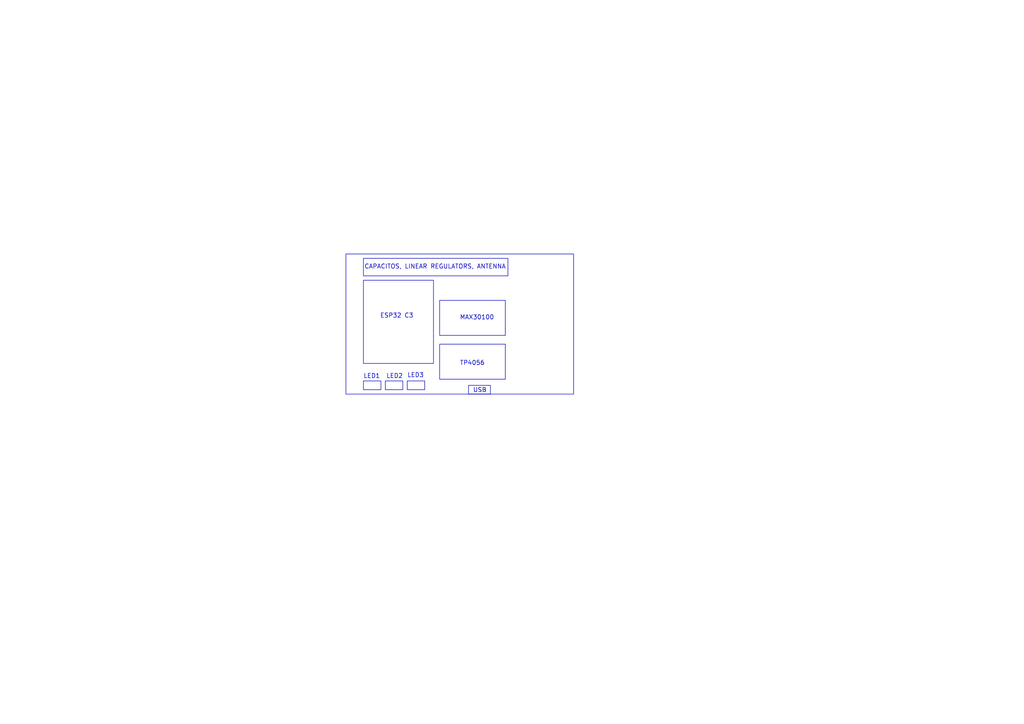
<source format=kicad_sch>
(kicad_sch
	(version 20250114)
	(generator "eeschema")
	(generator_version "9.0")
	(uuid "02d6f918-53c0-41b8-ad2b-5aa780b0d2b7")
	(paper "A4")
	(lib_symbols)
	(rectangle
		(start 135.89 111.76)
		(end 142.24 114.3)
		(stroke
			(width 0)
			(type default)
		)
		(fill
			(type none)
		)
		(uuid 04b1b471-5212-46ca-b5bb-429323e71347)
	)
	(rectangle
		(start 105.41 74.93)
		(end 147.32 80.01)
		(stroke
			(width 0)
			(type default)
		)
		(fill
			(type none)
		)
		(uuid 0eabd269-1731-49ac-94b7-3191383142c7)
	)
	(rectangle
		(start 105.41 110.49)
		(end 110.49 113.03)
		(stroke
			(width 0)
			(type default)
		)
		(fill
			(type none)
		)
		(uuid 3b42e001-b935-4385-896b-f0e4218c567d)
	)
	(rectangle
		(start 111.76 110.49)
		(end 116.84 113.03)
		(stroke
			(width 0)
			(type default)
		)
		(fill
			(type none)
		)
		(uuid 45833a20-4118-4ce8-8408-1b821f633ee9)
	)
	(rectangle
		(start 127.508 87.122)
		(end 146.558 97.282)
		(stroke
			(width 0)
			(type default)
		)
		(fill
			(type none)
		)
		(uuid 47aadac6-75ce-4fe3-8b7b-fabf8608ce86)
	)
	(rectangle
		(start 100.33 73.66)
		(end 166.37 114.3)
		(stroke
			(width 0)
			(type default)
		)
		(fill
			(type none)
		)
		(uuid 55612c5e-4d61-403d-8ec1-ac5a17e96d74)
	)
	(rectangle
		(start 127.508 99.822)
		(end 146.558 109.982)
		(stroke
			(width 0)
			(type default)
		)
		(fill
			(type none)
		)
		(uuid 566ece34-9349-4bc2-b9d1-7d119b9b1dae)
	)
	(rectangle
		(start 105.41 81.28)
		(end 125.73 105.41)
		(stroke
			(width 0)
			(type default)
		)
		(fill
			(type none)
		)
		(uuid 81fde051-fa39-4d22-8a3e-7893c6c580d0)
	)
	(rectangle
		(start 118.11 110.49)
		(end 123.19 113.03)
		(stroke
			(width 0)
			(type default)
		)
		(fill
			(type none)
		)
		(uuid 97e162b4-0bda-4699-a847-16f3a66a1f8a)
	)
	(text "LED1"
		(exclude_from_sim no)
		(at 105.41 109.22 0)
		(effects
			(font
				(size 1.27 1.27)
			)
			(justify left)
		)
		(uuid "303a0583-58ae-403f-8bdd-a22f9df0c6d6")
	)
	(text "LED2"
		(exclude_from_sim no)
		(at 112.014 109.22 0)
		(effects
			(font
				(size 1.27 1.27)
			)
			(justify left)
		)
		(uuid "ad174463-6334-4c20-aa68-f7559d9dcefe")
	)
	(text "USB"
		(exclude_from_sim no)
		(at 137.16 113.284 0)
		(effects
			(font
				(size 1.27 1.27)
			)
			(justify left)
		)
		(uuid "c49555e1-a0de-40f5-9544-29c77ab11f0d")
	)
	(text "CAPACITOS, LINEAR REGULATORS, ANTENNA"
		(exclude_from_sim no)
		(at 105.664 77.47 0)
		(effects
			(font
				(size 1.27 1.27)
			)
			(justify left)
		)
		(uuid "cd01f4e2-2e87-42bc-9b40-a3da3ac9e0d2")
	)
	(text "ESP32 C3"
		(exclude_from_sim no)
		(at 110.236 91.694 0)
		(effects
			(font
				(size 1.27 1.27)
			)
			(justify left)
		)
		(uuid "d22f5817-cb33-4d83-8ab7-15d18a444bab")
	)
	(text "MAX30100"
		(exclude_from_sim no)
		(at 133.35 92.202 0)
		(effects
			(font
				(size 1.27 1.27)
			)
			(justify left)
		)
		(uuid "d2514fc8-0b7c-43bf-8922-e68d7a525685")
	)
	(text "LED3"
		(exclude_from_sim no)
		(at 118.11 108.966 0)
		(effects
			(font
				(size 1.27 1.27)
			)
			(justify left)
		)
		(uuid "e874677d-66a7-494a-843d-34b86dd82e4e")
	)
	(text "TP4056"
		(exclude_from_sim no)
		(at 133.35 105.41 0)
		(effects
			(font
				(size 1.27 1.27)
			)
			(justify left)
		)
		(uuid "ef180809-c206-4215-a232-5fda887f1ff8")
	)
)

</source>
